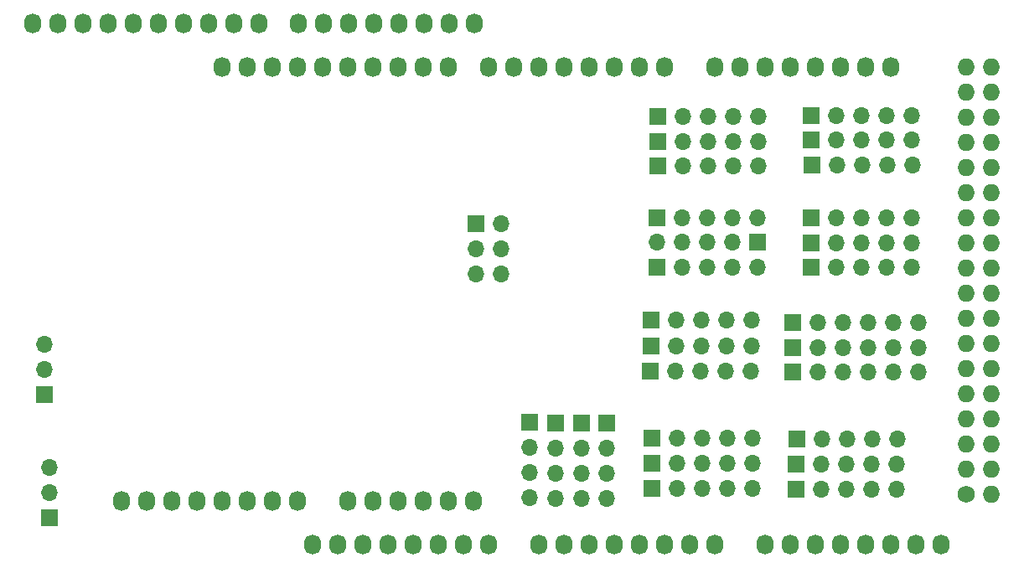
<source format=gbr>
G04 #@! TF.FileFunction,Soldermask,Bot*
%FSLAX46Y46*%
G04 Gerber Fmt 4.6, Leading zero omitted, Abs format (unit mm)*
G04 Created by KiCad (PCBNEW 4.0.6) date 06/14/17 17:04:03*
%MOMM*%
%LPD*%
G01*
G04 APERTURE LIST*
%ADD10C,0.100000*%
%ADD11C,1.727200*%
%ADD12O,1.727200X1.727200*%
%ADD13O,1.727200X2.032000*%
%ADD14R,1.700000X1.700000*%
%ADD15O,1.700000X1.700000*%
G04 APERTURE END LIST*
D10*
D11*
X197358000Y-114046000D03*
D12*
X199898000Y-114046000D03*
X197358000Y-111506000D03*
X199898000Y-111506000D03*
X197358000Y-108966000D03*
X199898000Y-108966000D03*
X197358000Y-106426000D03*
X199898000Y-106426000D03*
X197358000Y-103886000D03*
X199898000Y-103886000D03*
X197358000Y-101346000D03*
X199898000Y-101346000D03*
X197358000Y-98806000D03*
X199898000Y-98806000D03*
X197358000Y-96266000D03*
X199898000Y-96266000D03*
X197358000Y-93726000D03*
X199898000Y-93726000D03*
X197358000Y-91186000D03*
X199898000Y-91186000D03*
X197358000Y-88646000D03*
X199898000Y-88646000D03*
X197358000Y-86106000D03*
X199898000Y-86106000D03*
X197358000Y-83566000D03*
X199898000Y-83566000D03*
X197358000Y-81026000D03*
X199898000Y-81026000D03*
X197358000Y-78486000D03*
X199898000Y-78486000D03*
X197358000Y-75946000D03*
X199898000Y-75946000D03*
X197358000Y-73406000D03*
X199898000Y-73406000D03*
X197358000Y-70866000D03*
X199898000Y-70866000D03*
D13*
X131318000Y-119126000D03*
X133858000Y-119126000D03*
X136398000Y-119126000D03*
X138938000Y-119126000D03*
X141478000Y-119126000D03*
X144018000Y-119126000D03*
X146558000Y-119126000D03*
X149098000Y-119126000D03*
X154178000Y-119126000D03*
X156718000Y-119126000D03*
X159258000Y-119126000D03*
X161798000Y-119126000D03*
X164338000Y-119126000D03*
X166878000Y-119126000D03*
X169418000Y-119126000D03*
X171958000Y-119126000D03*
X177038000Y-119126000D03*
X179578000Y-119126000D03*
X182118000Y-119126000D03*
X184658000Y-119126000D03*
X187198000Y-119126000D03*
X189738000Y-119126000D03*
X192278000Y-119126000D03*
X194818000Y-119126000D03*
X122174000Y-70866000D03*
X124714000Y-70866000D03*
X127254000Y-70866000D03*
X129794000Y-70866000D03*
X132334000Y-70866000D03*
X134874000Y-70866000D03*
X137414000Y-70866000D03*
X139954000Y-70866000D03*
X142494000Y-70866000D03*
X145034000Y-70866000D03*
X149098000Y-70866000D03*
X151638000Y-70866000D03*
X154178000Y-70866000D03*
X156718000Y-70866000D03*
X159258000Y-70866000D03*
X161798000Y-70866000D03*
X164338000Y-70866000D03*
X166878000Y-70866000D03*
X171958000Y-70866000D03*
X174498000Y-70866000D03*
X177038000Y-70866000D03*
X179578000Y-70866000D03*
X182118000Y-70866000D03*
X184658000Y-70866000D03*
X187198000Y-70866000D03*
X189738000Y-70866000D03*
X112020000Y-114700000D03*
X114560000Y-114700000D03*
X117100000Y-114700000D03*
X119640000Y-114700000D03*
X122180000Y-114700000D03*
X124720000Y-114700000D03*
X127260000Y-114700000D03*
X129800000Y-114700000D03*
X134900000Y-114700000D03*
X137440000Y-114700000D03*
X139980000Y-114700000D03*
X142520000Y-114700000D03*
X145060000Y-114700000D03*
X147600000Y-114700000D03*
X103080000Y-66500000D03*
X105620000Y-66500000D03*
X108160000Y-66500000D03*
X110700000Y-66500000D03*
X113240000Y-66500000D03*
X115780000Y-66500000D03*
X118320000Y-66500000D03*
X120860000Y-66500000D03*
X123400000Y-66500000D03*
X125940000Y-66500000D03*
X129860000Y-66500000D03*
X132400000Y-66500000D03*
X134940000Y-66500000D03*
X137480000Y-66500000D03*
X140020000Y-66500000D03*
X142560000Y-66500000D03*
X145100000Y-66500000D03*
X147640000Y-66500000D03*
D14*
X165610000Y-113450000D03*
D15*
X168150000Y-113450000D03*
X170690000Y-113450000D03*
X173230000Y-113450000D03*
X175770000Y-113450000D03*
D14*
X180210000Y-113550000D03*
D15*
X182750000Y-113550000D03*
X185290000Y-113550000D03*
X187830000Y-113550000D03*
X190370000Y-113550000D03*
D14*
X165480000Y-101650000D03*
D15*
X168020000Y-101650000D03*
X170560000Y-101650000D03*
X173100000Y-101650000D03*
X175640000Y-101650000D03*
D14*
X179860000Y-101700000D03*
D15*
X182400000Y-101700000D03*
X184940000Y-101700000D03*
X187480000Y-101700000D03*
X190020000Y-101700000D03*
X192560000Y-101700000D03*
D14*
X166150000Y-91100000D03*
D15*
X168690000Y-91100000D03*
X171230000Y-91100000D03*
X173770000Y-91100000D03*
X176310000Y-91100000D03*
D14*
X181720000Y-91150000D03*
D15*
X184260000Y-91150000D03*
X186800000Y-91150000D03*
X189340000Y-91150000D03*
X191880000Y-91150000D03*
D14*
X166200000Y-80900000D03*
D15*
X168740000Y-80900000D03*
X171280000Y-80900000D03*
X173820000Y-80900000D03*
X176360000Y-80900000D03*
D14*
X181810000Y-80750000D03*
D15*
X184350000Y-80750000D03*
X186890000Y-80750000D03*
X189430000Y-80750000D03*
X191970000Y-80750000D03*
D14*
X165590000Y-110950000D03*
D15*
X168130000Y-110950000D03*
X170670000Y-110950000D03*
X173210000Y-110950000D03*
X175750000Y-110950000D03*
D14*
X180190000Y-111050000D03*
D15*
X182730000Y-111050000D03*
X185270000Y-111050000D03*
X187810000Y-111050000D03*
X190350000Y-111050000D03*
D14*
X165520000Y-99050000D03*
D15*
X168060000Y-99050000D03*
X170600000Y-99050000D03*
X173140000Y-99050000D03*
X175680000Y-99050000D03*
D14*
X179880000Y-99200000D03*
D15*
X182420000Y-99200000D03*
X184960000Y-99200000D03*
X187500000Y-99200000D03*
X190040000Y-99200000D03*
X192580000Y-99200000D03*
D14*
X176310000Y-88600000D03*
D15*
X173770000Y-88600000D03*
X171230000Y-88600000D03*
X168690000Y-88600000D03*
X166150000Y-88600000D03*
D14*
X181700000Y-88650000D03*
D15*
X184240000Y-88650000D03*
X186780000Y-88650000D03*
X189320000Y-88650000D03*
X191860000Y-88650000D03*
D14*
X181750000Y-78250000D03*
D15*
X184290000Y-78250000D03*
X186830000Y-78250000D03*
X189370000Y-78250000D03*
X191910000Y-78250000D03*
D14*
X166200000Y-78400000D03*
D15*
X168740000Y-78400000D03*
X171280000Y-78400000D03*
X173820000Y-78400000D03*
X176360000Y-78400000D03*
D14*
X165610000Y-108350000D03*
D15*
X168150000Y-108350000D03*
X170690000Y-108350000D03*
X173230000Y-108350000D03*
X175770000Y-108350000D03*
D14*
X180250000Y-108450000D03*
D15*
X182790000Y-108450000D03*
X185330000Y-108450000D03*
X187870000Y-108450000D03*
X190410000Y-108450000D03*
D14*
X165520000Y-96450000D03*
D15*
X168060000Y-96450000D03*
X170600000Y-96450000D03*
X173140000Y-96450000D03*
X175680000Y-96450000D03*
D14*
X179880000Y-96700000D03*
D15*
X182420000Y-96700000D03*
X184960000Y-96700000D03*
X187500000Y-96700000D03*
X190040000Y-96700000D03*
X192580000Y-96700000D03*
D14*
X166150000Y-86100000D03*
D15*
X168690000Y-86100000D03*
X171230000Y-86100000D03*
X173770000Y-86100000D03*
X176310000Y-86100000D03*
D14*
X181700000Y-86150000D03*
D15*
X184240000Y-86150000D03*
X186780000Y-86150000D03*
X189320000Y-86150000D03*
X191860000Y-86150000D03*
D14*
X181750000Y-75750000D03*
D15*
X184290000Y-75750000D03*
X186830000Y-75750000D03*
X189370000Y-75750000D03*
X191910000Y-75750000D03*
D14*
X166200000Y-75900000D03*
D15*
X168740000Y-75900000D03*
X171280000Y-75900000D03*
X173820000Y-75900000D03*
X176360000Y-75900000D03*
D14*
X104250000Y-104000000D03*
D15*
X104250000Y-101460000D03*
X104250000Y-98920000D03*
D14*
X104750000Y-116400000D03*
D15*
X104750000Y-113860000D03*
X104750000Y-111320000D03*
D14*
X147810000Y-86750000D03*
D15*
X150350000Y-86750000D03*
X147810000Y-89290000D03*
X150350000Y-89290000D03*
X147810000Y-91830000D03*
X150350000Y-91830000D03*
D14*
X153284000Y-106804000D03*
D15*
X153284000Y-109344000D03*
X153284000Y-111884000D03*
X153284000Y-114424000D03*
D14*
X155884000Y-106844000D03*
D15*
X155884000Y-109384000D03*
X155884000Y-111924000D03*
X155884000Y-114464000D03*
D14*
X158484000Y-106864000D03*
D15*
X158484000Y-109404000D03*
X158484000Y-111944000D03*
X158484000Y-114484000D03*
D14*
X161084000Y-106844000D03*
D15*
X161084000Y-109384000D03*
X161084000Y-111924000D03*
X161084000Y-114464000D03*
M02*

</source>
